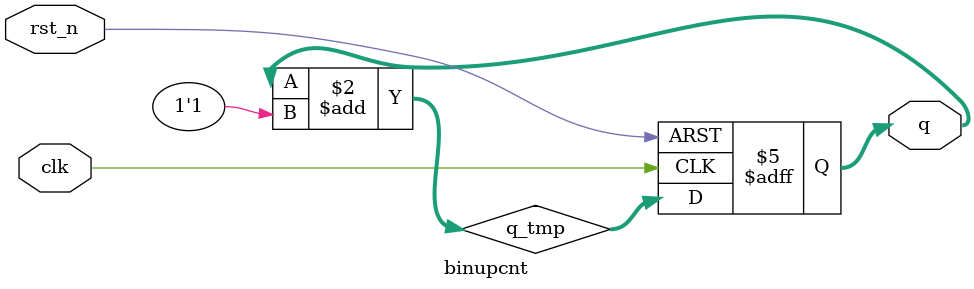
<source format=v>
`timescale 1ns / 1ps
`define CNT_BIT_WIDTH 4

module binupcnt(
    q,// output
    clk, //global clock
    rst_n //active low reset
    );
    
    output [`CNT_BIT_WIDTH-1:0]q;
    input clk;
    input rst_n;
    
    reg [`CNT_BIT_WIDTH-1:0]q;
    reg[`CNT_BIT_WIDTH-1:0]q_tmp;
    
    //combinational logics
    always@*
        q_tmp = q + 1'b1;
    
    //sequential logics
    always@(posedge clk or negedge rst_n)
        if (~rst_n) q<=`CNT_BIT_WIDTH'd0;
        else q<=q_tmp;
    
endmodule

</source>
